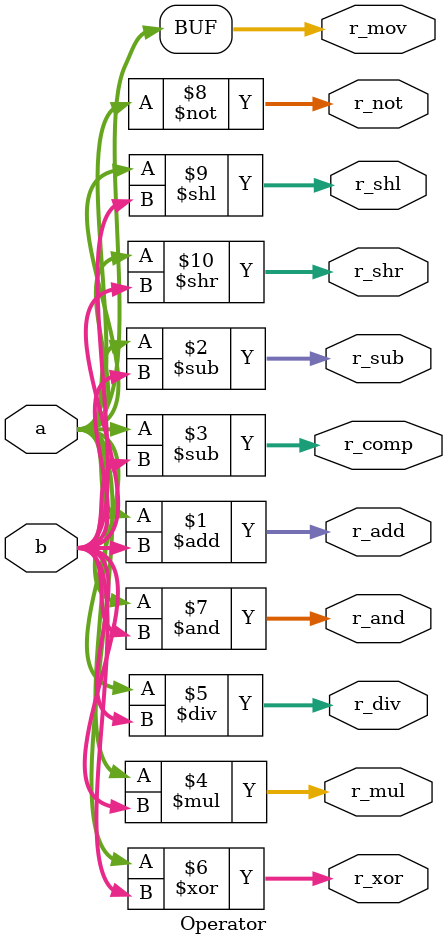
<source format=sv>
module Operator #(parameter N = 4)(
	input logic signed [N-1:0] a,
	input logic signed [N-1:0] b,
	output logic signed [N-1:0] r_mov,
	output logic signed [N-1:0] r_comp,
	output logic signed [N-1:0] r_add,
	output logic signed [N-1:0] r_sub,
	output logic signed [N-1:0] r_mul,
	output logic signed [N-1:0] r_div,
	output logic signed [N-1:0] r_xor,
	output logic signed [N-1:0] r_and,
	output logic signed [N-1:0] r_not,
	output logic signed [N-1:0] r_shl,
	output logic signed [N-1:0] r_shr
);
	

	assign r_mov = a;
	assign r_add = a + b;
	assign r_sub = a - b;
	assign r_comp = a - b;
	assign r_mul= a * b;
	assign r_div = a / b;
	assign r_xor = a ^ b;
	assign r_and = a & b;
	assign r_not = ~a;
	assign r_shl = a << b;
	assign r_shr = a >> b;
	


endmodule

	
</source>
